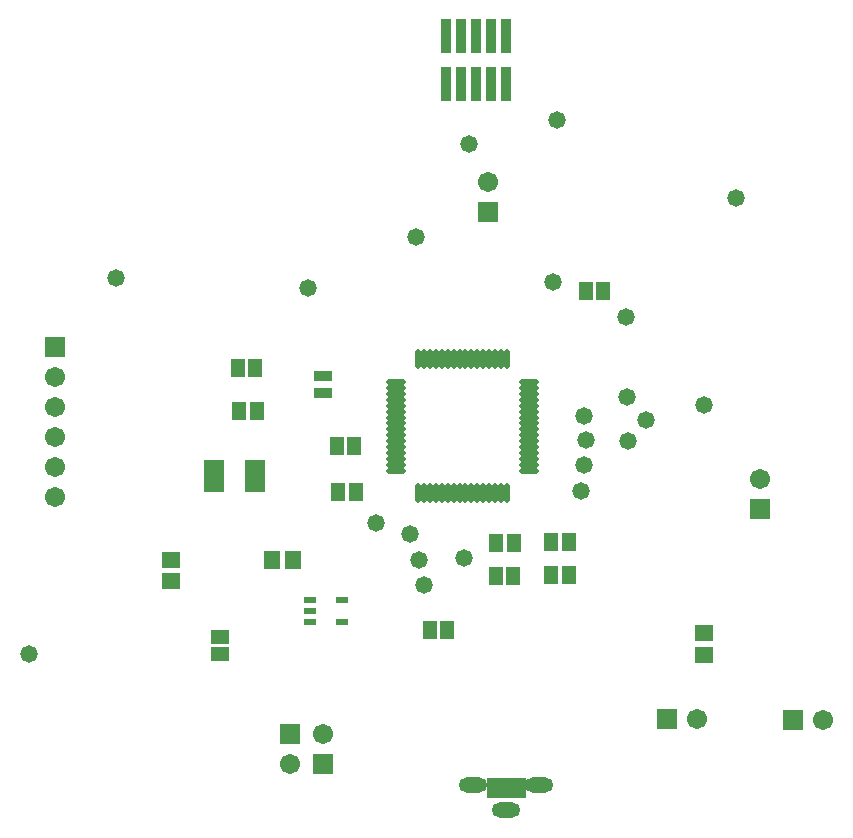
<source format=gts>
G04*
G04 #@! TF.GenerationSoftware,Altium Limited,Altium Designer,20.1.14 (287)*
G04*
G04 Layer_Color=8388736*
%FSLAX44Y44*%
%MOMM*%
G71*
G04*
G04 #@! TF.SameCoordinates,0151AA7F-9923-44C8-ACC0-2CDA610C712D*
G04*
G04*
G04 #@! TF.FilePolarity,Negative*
G04*
G01*
G75*
%ADD24R,1.0033X0.5080*%
%ADD28R,0.8382X2.8956*%
G04:AMPARAMS|DCode=29|XSize=1.6932mm|YSize=0.4832mm|CornerRadius=0.1716mm|HoleSize=0mm|Usage=FLASHONLY|Rotation=270.000|XOffset=0mm|YOffset=0mm|HoleType=Round|Shape=RoundedRectangle|*
%AMROUNDEDRECTD29*
21,1,1.6932,0.1400,0,0,270.0*
21,1,1.3500,0.4832,0,0,270.0*
1,1,0.3432,-0.0700,-0.6750*
1,1,0.3432,-0.0700,0.6750*
1,1,0.3432,0.0700,0.6750*
1,1,0.3432,0.0700,-0.6750*
%
%ADD29ROUNDEDRECTD29*%
G04:AMPARAMS|DCode=30|XSize=1.6932mm|YSize=0.4832mm|CornerRadius=0.1716mm|HoleSize=0mm|Usage=FLASHONLY|Rotation=180.000|XOffset=0mm|YOffset=0mm|HoleType=Round|Shape=RoundedRectangle|*
%AMROUNDEDRECTD30*
21,1,1.6932,0.1400,0,0,180.0*
21,1,1.3500,0.4832,0,0,180.0*
1,1,0.3432,-0.6750,0.0700*
1,1,0.3432,0.6750,0.0700*
1,1,0.3432,0.6750,-0.0700*
1,1,0.3432,-0.6750,-0.0700*
%
%ADD30ROUNDEDRECTD30*%
%ADD31R,1.3032X1.6032*%
%ADD32R,1.4032X1.6032*%
%ADD33R,1.6032X1.4032*%
%ADD34R,1.6032X1.3032*%
%ADD35R,1.6032X0.9532*%
%ADD36R,1.7032X2.7032*%
%ADD37R,0.6532X1.7032*%
%ADD38R,1.7032X1.7032*%
%ADD39C,1.7032*%
%ADD40R,1.7032X1.7032*%
%ADD41O,2.4032X1.3032*%
%ADD42C,1.4732*%
D24*
X648525Y465430D02*
D03*
Y446430D02*
D03*
X621474D02*
D03*
Y455930D02*
D03*
Y465430D02*
D03*
D28*
X787400Y942340D02*
D03*
Y901700D02*
D03*
X774700Y942340D02*
D03*
Y901700D02*
D03*
X762000Y942340D02*
D03*
Y901700D02*
D03*
X749300Y942340D02*
D03*
Y901700D02*
D03*
X736600Y942340D02*
D03*
Y901700D02*
D03*
D29*
X713070Y668840D02*
D03*
X718070D02*
D03*
X723070D02*
D03*
X728070D02*
D03*
X733070D02*
D03*
X738070D02*
D03*
X743070D02*
D03*
X748070D02*
D03*
X753070D02*
D03*
X758070D02*
D03*
X763070D02*
D03*
X768070D02*
D03*
X773070D02*
D03*
X778070D02*
D03*
X783070D02*
D03*
X788070D02*
D03*
Y555440D02*
D03*
X783070D02*
D03*
X778070D02*
D03*
X773070D02*
D03*
X768070D02*
D03*
X763070D02*
D03*
X758070D02*
D03*
X753070D02*
D03*
X748070D02*
D03*
X743070D02*
D03*
X738070D02*
D03*
X733070D02*
D03*
X728070D02*
D03*
X723070D02*
D03*
X718070D02*
D03*
X713070D02*
D03*
D30*
X807270Y649640D02*
D03*
Y644640D02*
D03*
Y639640D02*
D03*
Y634640D02*
D03*
Y629640D02*
D03*
Y624640D02*
D03*
Y619640D02*
D03*
Y614640D02*
D03*
Y609640D02*
D03*
Y604640D02*
D03*
Y599640D02*
D03*
Y594640D02*
D03*
Y589640D02*
D03*
Y584640D02*
D03*
Y579640D02*
D03*
Y574640D02*
D03*
X693870D02*
D03*
Y579640D02*
D03*
Y584640D02*
D03*
Y589640D02*
D03*
Y594640D02*
D03*
Y599640D02*
D03*
Y604640D02*
D03*
Y609640D02*
D03*
Y614640D02*
D03*
Y619640D02*
D03*
Y624640D02*
D03*
Y629640D02*
D03*
Y634640D02*
D03*
Y639640D02*
D03*
Y644640D02*
D03*
Y649640D02*
D03*
D31*
X793510Y485140D02*
D03*
X778510D02*
D03*
X793750Y513080D02*
D03*
X778750D02*
D03*
X840740Y514350D02*
D03*
X825740D02*
D03*
X840620Y486410D02*
D03*
X825620D02*
D03*
X722630Y439420D02*
D03*
X737630D02*
D03*
X561460Y624840D02*
D03*
X576460D02*
D03*
X560190Y661670D02*
D03*
X575190D02*
D03*
X869830Y726440D02*
D03*
X854830D02*
D03*
X659010Y595630D02*
D03*
X644010D02*
D03*
X660280Y556260D02*
D03*
X645280D02*
D03*
D32*
X607060Y499110D02*
D03*
X589060D02*
D03*
D33*
X955040Y436990D02*
D03*
Y418990D02*
D03*
X504080Y499220D02*
D03*
Y481220D02*
D03*
D34*
X544830Y419220D02*
D03*
Y434220D02*
D03*
D35*
X632460Y654680D02*
D03*
Y640080D02*
D03*
D36*
X540030Y570230D02*
D03*
X575030D02*
D03*
D37*
X774550Y306070D02*
D03*
X781050D02*
D03*
X787550D02*
D03*
X794050D02*
D03*
X800550D02*
D03*
D38*
X405130Y679450D02*
D03*
X772160Y793750D02*
D03*
X632460Y326390D02*
D03*
X604520Y351790D02*
D03*
X1002030Y542290D02*
D03*
D39*
X405130Y654050D02*
D03*
Y628650D02*
D03*
Y603250D02*
D03*
Y577850D02*
D03*
Y552450D02*
D03*
X772160Y819150D02*
D03*
X632460Y351790D02*
D03*
X1055370Y363220D02*
D03*
X948690Y364490D02*
D03*
X604520Y326390D02*
D03*
X1002030Y567690D02*
D03*
D40*
X1029970Y363220D02*
D03*
X923290Y364490D02*
D03*
D41*
X787550Y287070D02*
D03*
X759550Y308570D02*
D03*
X815550D02*
D03*
D42*
X981710Y805180D02*
D03*
X755650Y850900D02*
D03*
X619760Y728980D02*
D03*
X711200Y772160D02*
D03*
X457200Y737870D02*
D03*
X383540Y419100D02*
D03*
X751840Y500380D02*
D03*
X850704Y557530D02*
D03*
X853440Y579120D02*
D03*
X717550Y477520D02*
D03*
X713740Y499110D02*
D03*
X677545Y530340D02*
D03*
X706120Y520700D02*
D03*
X955040Y629920D02*
D03*
X853440Y621030D02*
D03*
X905510Y617220D02*
D03*
X854710Y600710D02*
D03*
X889635Y636905D02*
D03*
X890270Y599440D02*
D03*
X826770Y734060D02*
D03*
X889000Y704850D02*
D03*
X830580Y871220D02*
D03*
M02*

</source>
